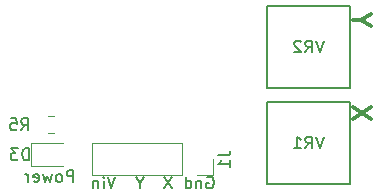
<source format=gbr>
G04 #@! TF.GenerationSoftware,KiCad,Pcbnew,(5.1.5)-3*
G04 #@! TF.CreationDate,2020-07-03T20:52:06-04:00*
G04 #@! TF.ProjectId,HallEffectXY-Endstop,48616c6c-4566-4666-9563-7458592d456e,A*
G04 #@! TF.SameCoordinates,Original*
G04 #@! TF.FileFunction,Legend,Bot*
G04 #@! TF.FilePolarity,Positive*
%FSLAX46Y46*%
G04 Gerber Fmt 4.6, Leading zero omitted, Abs format (unit mm)*
G04 Created by KiCad (PCBNEW (5.1.5)-3) date 2020-07-03 20:52:06*
%MOMM*%
%LPD*%
G04 APERTURE LIST*
%ADD10C,0.150000*%
%ADD11C,0.300000*%
%ADD12C,0.120000*%
G04 APERTURE END LIST*
D10*
X135850690Y-109825380D02*
X135850690Y-108825380D01*
X135469738Y-108825380D01*
X135374500Y-108873000D01*
X135326880Y-108920619D01*
X135279261Y-109015857D01*
X135279261Y-109158714D01*
X135326880Y-109253952D01*
X135374500Y-109301571D01*
X135469738Y-109349190D01*
X135850690Y-109349190D01*
X134707833Y-109825380D02*
X134803071Y-109777761D01*
X134850690Y-109730142D01*
X134898309Y-109634904D01*
X134898309Y-109349190D01*
X134850690Y-109253952D01*
X134803071Y-109206333D01*
X134707833Y-109158714D01*
X134564976Y-109158714D01*
X134469738Y-109206333D01*
X134422119Y-109253952D01*
X134374500Y-109349190D01*
X134374500Y-109634904D01*
X134422119Y-109730142D01*
X134469738Y-109777761D01*
X134564976Y-109825380D01*
X134707833Y-109825380D01*
X134041166Y-109158714D02*
X133850690Y-109825380D01*
X133660214Y-109349190D01*
X133469738Y-109825380D01*
X133279261Y-109158714D01*
X132517357Y-109777761D02*
X132612595Y-109825380D01*
X132803071Y-109825380D01*
X132898309Y-109777761D01*
X132945928Y-109682523D01*
X132945928Y-109301571D01*
X132898309Y-109206333D01*
X132803071Y-109158714D01*
X132612595Y-109158714D01*
X132517357Y-109206333D01*
X132469738Y-109301571D01*
X132469738Y-109396809D01*
X132945928Y-109492047D01*
X132041166Y-109825380D02*
X132041166Y-109158714D01*
X132041166Y-109349190D02*
X131993547Y-109253952D01*
X131945928Y-109206333D01*
X131850690Y-109158714D01*
X131755452Y-109158714D01*
X147171428Y-109432000D02*
X147266666Y-109384380D01*
X147409523Y-109384380D01*
X147552380Y-109432000D01*
X147647619Y-109527238D01*
X147695238Y-109622476D01*
X147742857Y-109812952D01*
X147742857Y-109955809D01*
X147695238Y-110146285D01*
X147647619Y-110241523D01*
X147552380Y-110336761D01*
X147409523Y-110384380D01*
X147314285Y-110384380D01*
X147171428Y-110336761D01*
X147123809Y-110289142D01*
X147123809Y-109955809D01*
X147314285Y-109955809D01*
X146695238Y-109717714D02*
X146695238Y-110384380D01*
X146695238Y-109812952D02*
X146647619Y-109765333D01*
X146552380Y-109717714D01*
X146409523Y-109717714D01*
X146314285Y-109765333D01*
X146266666Y-109860571D01*
X146266666Y-110384380D01*
X145361904Y-110384380D02*
X145361904Y-109384380D01*
X145361904Y-110336761D02*
X145457142Y-110384380D01*
X145647619Y-110384380D01*
X145742857Y-110336761D01*
X145790476Y-110289142D01*
X145838095Y-110193904D01*
X145838095Y-109908190D01*
X145790476Y-109812952D01*
X145742857Y-109765333D01*
X145647619Y-109717714D01*
X145457142Y-109717714D01*
X145361904Y-109765333D01*
X144219047Y-109384380D02*
X143552380Y-110384380D01*
X143552380Y-109384380D02*
X144219047Y-110384380D01*
X141457142Y-109908190D02*
X141457142Y-110384380D01*
X141790476Y-109384380D02*
X141457142Y-109908190D01*
X141123809Y-109384380D01*
X139409523Y-109384380D02*
X139076190Y-110384380D01*
X138742857Y-109384380D01*
X138409523Y-110384380D02*
X138409523Y-109717714D01*
X138409523Y-109384380D02*
X138457142Y-109432000D01*
X138409523Y-109479619D01*
X138361904Y-109432000D01*
X138409523Y-109384380D01*
X138409523Y-109479619D01*
X137933333Y-109717714D02*
X137933333Y-110384380D01*
X137933333Y-109812952D02*
X137885714Y-109765333D01*
X137790476Y-109717714D01*
X137647619Y-109717714D01*
X137552380Y-109765333D01*
X137504761Y-109860571D01*
X137504761Y-110384380D01*
D11*
X161021428Y-103494000D02*
X159521428Y-104494000D01*
X161021428Y-104494000D02*
X159521428Y-103494000D01*
X160235714Y-96120000D02*
X159521428Y-96120000D01*
X161021428Y-95620000D02*
X160235714Y-96120000D01*
X161021428Y-96620000D01*
D12*
X134196578Y-105701500D02*
X133679422Y-105701500D01*
X134196578Y-104281500D02*
X133679422Y-104281500D01*
X132253000Y-106571500D02*
X134938000Y-106571500D01*
X132253000Y-108491500D02*
X132253000Y-106571500D01*
X134938000Y-108491500D02*
X132253000Y-108491500D01*
D10*
X159254000Y-110034000D02*
X155754000Y-110034000D01*
X159254000Y-103034000D02*
X159254000Y-110034000D01*
X152254000Y-103034000D02*
X159254000Y-103034000D01*
X152254000Y-110034000D02*
X152254000Y-103034000D01*
X155754000Y-110034000D02*
X152254000Y-110034000D01*
X159254000Y-101906000D02*
X155754000Y-101906000D01*
X159254000Y-94906000D02*
X159254000Y-101906000D01*
X152254000Y-94906000D02*
X159254000Y-94906000D01*
X152254000Y-101906000D02*
X152254000Y-94906000D01*
X155754000Y-101906000D02*
X152254000Y-101906000D01*
D12*
X147686000Y-109230000D02*
X147686000Y-107900000D01*
X146356000Y-109230000D02*
X147686000Y-109230000D01*
X145086000Y-109230000D02*
X145086000Y-106570000D01*
X145086000Y-106570000D02*
X137406000Y-106570000D01*
X145086000Y-109230000D02*
X137406000Y-109230000D01*
X137406000Y-109230000D02*
X137406000Y-106570000D01*
D10*
X131437666Y-105443880D02*
X131771000Y-104967690D01*
X132009095Y-105443880D02*
X132009095Y-104443880D01*
X131628142Y-104443880D01*
X131532904Y-104491500D01*
X131485285Y-104539119D01*
X131437666Y-104634357D01*
X131437666Y-104777214D01*
X131485285Y-104872452D01*
X131532904Y-104920071D01*
X131628142Y-104967690D01*
X132009095Y-104967690D01*
X130532904Y-104443880D02*
X131009095Y-104443880D01*
X131056714Y-104920071D01*
X131009095Y-104872452D01*
X130913857Y-104824833D01*
X130675761Y-104824833D01*
X130580523Y-104872452D01*
X130532904Y-104920071D01*
X130485285Y-105015309D01*
X130485285Y-105253404D01*
X130532904Y-105348642D01*
X130580523Y-105396261D01*
X130675761Y-105443880D01*
X130913857Y-105443880D01*
X131009095Y-105396261D01*
X131056714Y-105348642D01*
X132072595Y-107983880D02*
X132072595Y-106983880D01*
X131834500Y-106983880D01*
X131691642Y-107031500D01*
X131596404Y-107126738D01*
X131548785Y-107221976D01*
X131501166Y-107412452D01*
X131501166Y-107555309D01*
X131548785Y-107745785D01*
X131596404Y-107841023D01*
X131691642Y-107936261D01*
X131834500Y-107983880D01*
X132072595Y-107983880D01*
X131167833Y-106983880D02*
X130548785Y-106983880D01*
X130882119Y-107364833D01*
X130739261Y-107364833D01*
X130644023Y-107412452D01*
X130596404Y-107460071D01*
X130548785Y-107555309D01*
X130548785Y-107793404D01*
X130596404Y-107888642D01*
X130644023Y-107936261D01*
X130739261Y-107983880D01*
X131024976Y-107983880D01*
X131120214Y-107936261D01*
X131167833Y-107888642D01*
X157063523Y-105986380D02*
X156730190Y-106986380D01*
X156396857Y-105986380D01*
X155492095Y-106986380D02*
X155825428Y-106510190D01*
X156063523Y-106986380D02*
X156063523Y-105986380D01*
X155682571Y-105986380D01*
X155587333Y-106034000D01*
X155539714Y-106081619D01*
X155492095Y-106176857D01*
X155492095Y-106319714D01*
X155539714Y-106414952D01*
X155587333Y-106462571D01*
X155682571Y-106510190D01*
X156063523Y-106510190D01*
X154539714Y-106986380D02*
X155111142Y-106986380D01*
X154825428Y-106986380D02*
X154825428Y-105986380D01*
X154920666Y-106129238D01*
X155015904Y-106224476D01*
X155111142Y-106272095D01*
X157063523Y-97858380D02*
X156730190Y-98858380D01*
X156396857Y-97858380D01*
X155492095Y-98858380D02*
X155825428Y-98382190D01*
X156063523Y-98858380D02*
X156063523Y-97858380D01*
X155682571Y-97858380D01*
X155587333Y-97906000D01*
X155539714Y-97953619D01*
X155492095Y-98048857D01*
X155492095Y-98191714D01*
X155539714Y-98286952D01*
X155587333Y-98334571D01*
X155682571Y-98382190D01*
X156063523Y-98382190D01*
X155111142Y-97953619D02*
X155063523Y-97906000D01*
X154968285Y-97858380D01*
X154730190Y-97858380D01*
X154634952Y-97906000D01*
X154587333Y-97953619D01*
X154539714Y-98048857D01*
X154539714Y-98144095D01*
X154587333Y-98286952D01*
X155158761Y-98858380D01*
X154539714Y-98858380D01*
X148138380Y-107566666D02*
X148852666Y-107566666D01*
X148995523Y-107519047D01*
X149090761Y-107423809D01*
X149138380Y-107280952D01*
X149138380Y-107185714D01*
X149138380Y-108566666D02*
X149138380Y-107995238D01*
X149138380Y-108280952D02*
X148138380Y-108280952D01*
X148281238Y-108185714D01*
X148376476Y-108090476D01*
X148424095Y-107995238D01*
M02*

</source>
